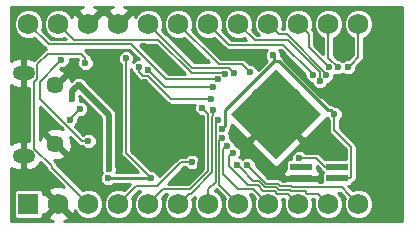
<source format=gbr>
G04 #@! TF.GenerationSoftware,KiCad,Pcbnew,(5.0.0)*
G04 #@! TF.CreationDate,2018-11-03T02:03:19-06:00*
G04 #@! TF.ProjectId,NRF52832 Base,4E5246353238333220426173652E6B69,rev?*
G04 #@! TF.SameCoordinates,Original*
G04 #@! TF.FileFunction,Copper,L2,Bot,Signal*
G04 #@! TF.FilePolarity,Positive*
%FSLAX46Y46*%
G04 Gerber Fmt 4.6, Leading zero omitted, Abs format (unit mm)*
G04 Created by KiCad (PCBNEW (5.0.0)) date 11/03/18 02:03:19*
%MOMM*%
%LPD*%
G01*
G04 APERTURE LIST*
G04 #@! TA.AperFunction,ComponentPad*
%ADD10R,1.752600X1.752600*%
G04 #@! TD*
G04 #@! TA.AperFunction,ComponentPad*
%ADD11C,1.752600*%
G04 #@! TD*
G04 #@! TA.AperFunction,Conductor*
%ADD12C,5.400000*%
G04 #@! TD*
G04 #@! TA.AperFunction,Conductor*
%ADD13C,0.100000*%
G04 #@! TD*
G04 #@! TA.AperFunction,ViaPad*
%ADD14C,0.600000*%
G04 #@! TD*
G04 #@! TA.AperFunction,ComponentPad*
%ADD15C,1.450000*%
G04 #@! TD*
G04 #@! TA.AperFunction,ComponentPad*
%ADD16O,1.900000X1.200000*%
G04 #@! TD*
G04 #@! TA.AperFunction,SMDPad,CuDef*
%ADD17R,1.850000X0.500000*%
G04 #@! TD*
G04 #@! TA.AperFunction,Conductor*
%ADD18C,0.250000*%
G04 #@! TD*
G04 #@! TA.AperFunction,Conductor*
%ADD19C,0.508000*%
G04 #@! TD*
G04 #@! TA.AperFunction,Conductor*
%ADD20C,0.254000*%
G04 #@! TD*
G04 #@! TA.AperFunction,Conductor*
%ADD21C,0.152400*%
G04 #@! TD*
G04 APERTURE END LIST*
D10*
G04 #@! TO.P,U2,1*
G04 #@! TO.N,RAW*
X113030000Y-97155000D03*
D11*
G04 #@! TO.P,U2,2*
G04 #@! TO.N,GND*
X115570000Y-97155000D03*
G04 #@! TO.P,U2,3*
G04 #@! TO.N,RESET*
X118110000Y-97155000D03*
G04 #@! TO.P,U2,4*
G04 #@! TO.N,VCC*
X120650000Y-97155000D03*
G04 #@! TO.P,U2,5*
G04 #@! TO.N,/P0.07*
X123190000Y-97155000D03*
G04 #@! TO.P,U2,6*
G04 #@! TO.N,/P0.09*
X125730000Y-97155000D03*
G04 #@! TO.P,U2,7*
G04 #@! TO.N,/P0.10*
X128270000Y-97155000D03*
G04 #@! TO.P,U2,8*
G04 #@! TO.N,/P0.11*
X130810000Y-97155000D03*
G04 #@! TO.P,U2,9*
G04 #@! TO.N,SCK*
X133350000Y-97155000D03*
G04 #@! TO.P,U2,10*
G04 #@! TO.N,MOSI*
X135890000Y-97155000D03*
G04 #@! TO.P,U2,11*
G04 #@! TO.N,MISO*
X138430000Y-97155000D03*
G04 #@! TO.P,U2,12*
G04 #@! TO.N,/P0.18*
X140970000Y-97155000D03*
G04 #@! TO.P,U2,24*
G04 #@! TO.N,SDA*
X140970000Y-81915000D03*
G04 #@! TO.P,U2,23*
G04 #@! TO.N,SCL*
X138430000Y-81915000D03*
G04 #@! TO.P,U2,22*
G04 #@! TO.N,/P0.27*
X135890000Y-81915000D03*
G04 #@! TO.P,U2,21*
G04 #@! TO.N,/P0.28*
X133350000Y-81915000D03*
G04 #@! TO.P,U2,20*
G04 #@! TO.N,/P0.29*
X130810000Y-81915000D03*
G04 #@! TO.P,U2,19*
G04 #@! TO.N,/P0.30*
X128270000Y-81915000D03*
G04 #@! TO.P,U2,18*
G04 #@! TO.N,/P0.02*
X125730000Y-81915000D03*
G04 #@! TO.P,U2,17*
G04 #@! TO.N,/P0.03*
X123190000Y-81915000D03*
G04 #@! TO.P,U2,16*
G04 #@! TO.N,GND*
X120650000Y-81915000D03*
G04 #@! TO.P,U2,15*
X118110000Y-81915000D03*
G04 #@! TO.P,U2,14*
G04 #@! TO.N,/P0.04*
X115570000Y-81915000D03*
G04 #@! TO.P,U2,13*
G04 #@! TO.N,/P0.05*
X113030000Y-81915000D03*
G04 #@! TD*
D12*
G04 #@! TO.N,GND*
G04 #@! TO.C,U1*
X133985000Y-89535000D03*
D13*
G36*
X130166623Y-89535000D02*
X133985000Y-85716623D01*
X137803377Y-89535000D01*
X133985000Y-93353377D01*
X130166623Y-89535000D01*
X130166623Y-89535000D01*
G37*
D14*
X133466455Y-87979365D03*
X132429365Y-89016455D03*
X134503545Y-87979365D03*
X133985000Y-88497911D03*
X133466455Y-89016455D03*
X132947911Y-89535000D03*
X132429365Y-90053545D03*
X134503545Y-89016455D03*
X133466455Y-90053545D03*
X135540635Y-89016455D03*
X135022089Y-89535000D03*
X134503545Y-90053545D03*
X133985000Y-90572089D03*
X133466455Y-91090635D03*
X135540635Y-90053545D03*
X134503545Y-91090635D03*
G04 #@! TD*
D15*
G04 #@! TO.P,J2,6*
G04 #@! TO.N,GND*
X115316000Y-87075000D03*
X115316000Y-92075000D03*
D16*
X112616000Y-86075000D03*
X112616000Y-93075000D03*
G04 #@! TD*
D17*
G04 #@! TO.P,J1,1*
G04 #@! TO.N,VCC*
X139193000Y-94988000D03*
G04 #@! TO.P,J1,2*
G04 #@! TO.N,GND*
X136143000Y-94988000D03*
G04 #@! TO.P,J1,3*
G04 #@! TO.N,SWDIO*
X139193000Y-93988000D03*
G04 #@! TO.P,J1,4*
G04 #@! TO.N,SWDCLK*
X136143000Y-93988000D03*
G04 #@! TD*
D14*
G04 #@! TO.N,GND*
X143129000Y-91440000D03*
X143129000Y-92710000D03*
X143129000Y-86868000D03*
X143129000Y-85598000D03*
X143129000Y-84328000D03*
X144500000Y-96700000D03*
X127580852Y-93889889D03*
X127000000Y-89535000D03*
X122936000Y-86868000D03*
X123698000Y-84455000D03*
X122809000Y-83820000D03*
X138849570Y-88430570D03*
X134620000Y-84455000D03*
X139827000Y-90678000D03*
X139700000Y-93091000D03*
X121031000Y-94107000D03*
X127508000Y-92329000D03*
X125730000Y-85852000D03*
X134493000Y-94869000D03*
X143002000Y-98298000D03*
X143002000Y-97409000D03*
X143002000Y-96520000D03*
X143002000Y-95758000D03*
X143002000Y-80772000D03*
X143002000Y-81534000D03*
X143002000Y-82296000D03*
X143002000Y-83058000D03*
G04 #@! TO.N,VCC*
X133731000Y-84582000D03*
X129408232Y-90770832D03*
X126873000Y-93599000D03*
X138938000Y-89535000D03*
G04 #@! TO.N,SCK*
X129805607Y-92217632D03*
G04 #@! TO.N,MOSI*
X130328002Y-92808599D03*
G04 #@! TO.N,MISO*
X130683000Y-93853000D03*
G04 #@! TO.N,SDA*
X140081000Y-85598000D03*
G04 #@! TO.N,SCL*
X139196858Y-85595422D03*
G04 #@! TO.N,RESET*
X117856000Y-85217000D03*
G04 #@! TO.N,SWDCLK*
X135631533Y-93992213D03*
G04 #@! TO.N,SWDIO*
X135953500Y-93285584D03*
G04 #@! TO.N,/P0.02*
X131820473Y-86014842D03*
G04 #@! TO.N,/P0.03*
X130435320Y-86034579D03*
G04 #@! TO.N,/P0.04*
X129682947Y-86164756D03*
G04 #@! TO.N,/P0.05*
X129073215Y-86605608D03*
G04 #@! TO.N,TXD*
X128651000Y-87228390D03*
X123133716Y-85781284D03*
G04 #@! TO.N,/P0.07*
X127762000Y-89027000D03*
G04 #@! TO.N,RXD*
X128524000Y-88285600D03*
X122409208Y-85578278D03*
G04 #@! TO.N,/P0.09*
X128690938Y-89215250D03*
G04 #@! TO.N,/P0.10*
X129103421Y-90043000D03*
G04 #@! TO.N,/P0.11*
X129408232Y-91567000D03*
G04 #@! TO.N,/P0.18*
X131572000Y-93853000D03*
G04 #@! TO.N,/P0.27*
X138442781Y-85549065D03*
G04 #@! TO.N,/P0.28*
X138255576Y-86277822D03*
G04 #@! TO.N,/P0.29*
X137686662Y-86770210D03*
G04 #@! TO.N,/P0.30*
X137159928Y-86232926D03*
G04 #@! TO.N,RAW*
X119761000Y-94996000D03*
X123444000Y-94996000D03*
X121285000Y-84836000D03*
G04 #@! TO.N,/VBus*
X116713000Y-88265000D03*
X119833000Y-94234000D03*
X117284500Y-87058500D03*
G04 #@! TO.N,Net-(D1-Pad1)*
X118110000Y-91821000D03*
X115824000Y-84963000D03*
G04 #@! TO.N,/D+*
X117411500Y-89090500D03*
X116537062Y-90028438D03*
G04 #@! TD*
D18*
G04 #@! TO.N,GND*
X115570000Y-97155000D02*
X115984802Y-97155000D01*
D19*
X112616000Y-94201000D02*
X112616000Y-93075000D01*
X115570000Y-97155000D02*
X112616000Y-94201000D01*
D20*
X123235999Y-87167999D02*
X122936000Y-86868000D01*
X125603000Y-89535000D02*
X123235999Y-87167999D01*
X127000000Y-89535000D02*
X125603000Y-89535000D01*
X127508000Y-90043000D02*
X127000000Y-89535000D01*
X127580852Y-93889889D02*
X127508000Y-93817037D01*
X127508000Y-93817037D02*
X127508000Y-92329000D01*
D21*
X123698000Y-84455000D02*
X123398001Y-84155001D01*
X123063000Y-83820000D02*
X123698000Y-84455000D01*
X122809000Y-83820000D02*
X123063000Y-83820000D01*
D20*
X138531604Y-88112604D02*
X138549571Y-88130571D01*
X137836354Y-88112604D02*
X138531604Y-88112604D01*
X138549571Y-88130571D02*
X138849570Y-88430570D01*
X137836354Y-88112604D02*
X134620000Y-84896250D01*
X134620000Y-84896250D02*
X134620000Y-84455000D01*
X134620000Y-84455000D02*
X134620000Y-84455000D01*
X138849570Y-88430570D02*
X139827000Y-89408000D01*
X139827000Y-89408000D02*
X139827000Y-90678000D01*
X127508000Y-92329000D02*
X127508000Y-90043000D01*
D21*
X136143000Y-94988000D02*
X134612000Y-94988000D01*
X134612000Y-94988000D02*
X134493000Y-94869000D01*
D20*
G04 #@! TO.N,VCC*
X133858000Y-85090000D02*
X133858000Y-84709000D01*
X133858000Y-84709000D02*
X133731000Y-84582000D01*
X129708231Y-89239769D02*
X129708231Y-90470833D01*
X129708231Y-90470833D02*
X129408232Y-90770832D01*
X133858000Y-85090000D02*
X129708231Y-89239769D01*
D21*
X125984000Y-93599000D02*
X126873000Y-93599000D01*
X123952000Y-95631000D02*
X125984000Y-93599000D01*
X120650000Y-97155000D02*
X122174000Y-95631000D01*
X122174000Y-95631000D02*
X123952000Y-95631000D01*
D20*
X138638001Y-89235001D02*
X138938000Y-89535000D01*
X138384001Y-89235001D02*
X138638001Y-89235001D01*
X133858000Y-85090000D02*
X134239000Y-85090000D01*
X134239000Y-85090000D02*
X138384001Y-89235001D01*
D21*
X140346601Y-94911799D02*
X140346601Y-92340601D01*
X139193000Y-94988000D02*
X140270400Y-94988000D01*
X140270400Y-94988000D02*
X140346601Y-94911799D01*
X138938000Y-90932000D02*
X138938000Y-89535000D01*
X140346601Y-92340601D02*
X138938000Y-90932000D01*
G04 #@! TO.N,SCK*
X129505608Y-92517631D02*
X129805607Y-92217632D01*
X132080000Y-95885000D02*
X130810000Y-95885000D01*
X133350000Y-97155000D02*
X132080000Y-95885000D01*
X130810000Y-95885000D02*
X129505608Y-94580608D01*
X129505608Y-94580608D02*
X129505608Y-92517631D01*
G04 #@! TO.N,MOSI*
X131627859Y-95580189D02*
X130027399Y-93979729D01*
X134108955Y-96278701D02*
X133880353Y-96050099D01*
X135013701Y-96278701D02*
X134108955Y-96278701D01*
X135890000Y-97155000D02*
X135013701Y-96278701D01*
X133880353Y-96050099D02*
X132906965Y-96050099D01*
X132437056Y-95580189D02*
X131627859Y-95580189D01*
X130027399Y-93979729D02*
X130027399Y-93109202D01*
X132906965Y-96050099D02*
X132437056Y-95580189D01*
X130027399Y-93109202D02*
X130028003Y-93108598D01*
X130028003Y-93108598D02*
X130328002Y-92808599D01*
G04 #@! TO.N,MISO*
X135139957Y-95973891D02*
X134235211Y-95973891D01*
X134006609Y-95745289D02*
X133033222Y-95745289D01*
X133033222Y-95745289D02*
X132537934Y-95250000D01*
X136420353Y-96050099D02*
X135216165Y-96050099D01*
X132537934Y-95250000D02*
X132080000Y-95250000D01*
X130982999Y-94152999D02*
X130683000Y-93853000D01*
X132080000Y-95250000D02*
X130982999Y-94152999D01*
X134235211Y-95973891D02*
X134006609Y-95745289D01*
X135216165Y-96050099D02*
X135139957Y-95973891D01*
X137553701Y-96278701D02*
X136648955Y-96278701D01*
X138430000Y-97155000D02*
X137553701Y-96278701D01*
X136648955Y-96278701D02*
X136420353Y-96050099D01*
G04 #@! TO.N,SDA*
X140970000Y-84709000D02*
X140380999Y-85298001D01*
X140380999Y-85298001D02*
X140081000Y-85598000D01*
X140970000Y-81915000D02*
X140970000Y-84709000D01*
G04 #@! TO.N,SCL*
X138430000Y-81915000D02*
X138430000Y-84761029D01*
X138430000Y-84761029D02*
X139196858Y-85527887D01*
X139196858Y-85527887D02*
X139196858Y-85595422D01*
G04 #@! TO.N,RESET*
X117497663Y-84434399D02*
X114701601Y-84434399D01*
X117856000Y-85217000D02*
X117856000Y-84792736D01*
X117856000Y-84792736D02*
X117497663Y-84434399D01*
X113794610Y-86561324D02*
X113538000Y-86817934D01*
X114701601Y-84434399D02*
X113794610Y-85341390D01*
X113794610Y-85341390D02*
X113794610Y-86561324D01*
X113538000Y-92475169D02*
X115042831Y-93980000D01*
X113538000Y-86817934D02*
X113538000Y-92475169D01*
X115042831Y-94087831D02*
X118110000Y-97155000D01*
X115042831Y-93980000D02*
X115042831Y-94087831D01*
G04 #@! TO.N,SWDIO*
X136377764Y-93285584D02*
X135953500Y-93285584D01*
X137413184Y-93285584D02*
X136377764Y-93285584D01*
X138115600Y-93988000D02*
X137413184Y-93285584D01*
X139193000Y-93988000D02*
X138115600Y-93988000D01*
G04 #@! TO.N,/P0.02*
X129146344Y-85331344D02*
X131136975Y-85331344D01*
X131136975Y-85331344D02*
X131520474Y-85714843D01*
X131520474Y-85714843D02*
X131820473Y-86014842D01*
X125730000Y-81915000D02*
X129146344Y-85331344D01*
G04 #@! TO.N,/P0.03*
X126911155Y-85636155D02*
X130036896Y-85636155D01*
X123190000Y-81915000D02*
X126911155Y-85636155D01*
X130036896Y-85636155D02*
X130135321Y-85734580D01*
X130135321Y-85734580D02*
X130435320Y-86034579D01*
G04 #@! TO.N,/P0.04*
X124002752Y-83235752D02*
X126844007Y-86077007D01*
X126844007Y-86077007D02*
X129595198Y-86077007D01*
X129595198Y-86077007D02*
X129682947Y-86164756D01*
X116890752Y-83235752D02*
X124002752Y-83235752D01*
X115570000Y-81915000D02*
X116890752Y-83235752D01*
G04 #@! TO.N,/P0.05*
X128648951Y-86605608D02*
X129073215Y-86605608D01*
X124705608Y-86605608D02*
X128648951Y-86605608D01*
X121731261Y-83631261D02*
X124705608Y-86605608D01*
X114746261Y-83631261D02*
X121731261Y-83631261D01*
X113030000Y-81915000D02*
X114746261Y-83631261D01*
G04 #@! TO.N,TXD*
X123433715Y-86081283D02*
X123133716Y-85781284D01*
X128651000Y-87228390D02*
X124580822Y-87228390D01*
X124580822Y-87228390D02*
X123433715Y-86081283D01*
G04 #@! TO.N,/P0.07*
X126746000Y-95885000D02*
X124460000Y-95885000D01*
X128270000Y-94361000D02*
X126746000Y-95885000D01*
X127762000Y-89027000D02*
X128270000Y-89535000D01*
X128270000Y-89535000D02*
X128270000Y-94361000D01*
X124460000Y-95885000D02*
X123190000Y-97155000D01*
G04 #@! TO.N,RXD*
X125135930Y-88285600D02*
X123189729Y-86339399D01*
X123189729Y-86339399D02*
X122746065Y-86339399D01*
X122409208Y-86002542D02*
X122409208Y-85578278D01*
X122746065Y-86339399D02*
X122409208Y-86002542D01*
X128524000Y-88285600D02*
X125135930Y-88285600D01*
G04 #@! TO.N,/P0.09*
X125730000Y-97155000D02*
X126606299Y-96278701D01*
X128574811Y-89755641D02*
X128690938Y-89639514D01*
X128574811Y-94487256D02*
X128574811Y-89755641D01*
X126606299Y-96278701D02*
X126783366Y-96278701D01*
X126783366Y-96278701D02*
X128574811Y-94487256D01*
X128690938Y-89639514D02*
X128690938Y-89215250D01*
G04 #@! TO.N,/P0.10*
X128270000Y-97155000D02*
X128270000Y-95915725D01*
X128879622Y-90266799D02*
X129103421Y-90043000D01*
X128879622Y-95306103D02*
X128879622Y-90266799D01*
X128270000Y-95915725D02*
X128879622Y-95306103D01*
G04 #@! TO.N,/P0.11*
X129184433Y-95529433D02*
X129184433Y-91790799D01*
X130810000Y-97155000D02*
X129184433Y-95529433D01*
X129184433Y-91790799D02*
X129408232Y-91567000D01*
G04 #@! TO.N,/P0.18*
X140093701Y-96278701D02*
X140970000Y-97155000D01*
X136559321Y-95758000D02*
X139573000Y-95758000D01*
X134132865Y-95440478D02*
X134361466Y-95669080D01*
X133159478Y-95440478D02*
X134132865Y-95440478D01*
X135266213Y-95669080D02*
X135342421Y-95745288D01*
X131572000Y-93853000D02*
X133159478Y-95440478D01*
X136546609Y-95745288D02*
X136559321Y-95758000D01*
X135342421Y-95745288D02*
X136546609Y-95745288D01*
X134361466Y-95669080D02*
X135266213Y-95669080D01*
X139573000Y-95758000D02*
X140093701Y-96278701D01*
G04 #@! TO.N,/P0.28*
X133436605Y-81915000D02*
X133350000Y-81915000D01*
G04 #@! TO.N,/P0.27*
X136766299Y-83872583D02*
X138142782Y-85249066D01*
X135890000Y-81915000D02*
X136766299Y-82791299D01*
X136766299Y-82791299D02*
X136766299Y-83872583D01*
X138142782Y-85249066D02*
X138442781Y-85549065D01*
G04 #@! TO.N,/P0.28*
X133350000Y-81915000D02*
X134226299Y-82791299D01*
X134226299Y-82791299D02*
X134931698Y-82791299D01*
X138255576Y-86115177D02*
X138255576Y-86277822D01*
X134931698Y-82791299D02*
X138255576Y-86115177D01*
G04 #@! TO.N,/P0.29*
X137688602Y-85979270D02*
X137688602Y-86344006D01*
X137688602Y-86344006D02*
X137686662Y-86345946D01*
X135021332Y-83312000D02*
X137688602Y-85979270D01*
X132207000Y-83312000D02*
X135021332Y-83312000D01*
X137686662Y-86345946D02*
X137686662Y-86770210D01*
X130810000Y-81915000D02*
X132207000Y-83312000D01*
G04 #@! TO.N,/P0.30*
X128270000Y-81915000D02*
X130048000Y-83693000D01*
X136859929Y-85932927D02*
X137159928Y-86232926D01*
X134620002Y-83693000D02*
X136859929Y-85932927D01*
X130048000Y-83693000D02*
X134620002Y-83693000D01*
D20*
G04 #@! TO.N,RAW*
X119761000Y-94996000D02*
X123444000Y-94996000D01*
D21*
X121285000Y-85260264D02*
X121285000Y-84836000D01*
X123444000Y-94996000D02*
X121285000Y-92837000D01*
X121285000Y-92837000D02*
X121285000Y-85260264D01*
D19*
G04 #@! TO.N,/VBus*
X119833000Y-94234000D02*
X119833000Y-89607000D01*
X117584499Y-87358499D02*
X117284500Y-87058500D01*
X119833000Y-89607000D02*
X117584499Y-87358499D01*
X116713000Y-88265000D02*
X116713000Y-87630000D01*
X116984501Y-87358499D02*
X117284500Y-87058500D01*
X116713000Y-87630000D02*
X116984501Y-87358499D01*
D21*
G04 #@! TO.N,Net-(D1-Pad1)*
X115524001Y-85262999D02*
X115824000Y-84963000D01*
X113982500Y-86804500D02*
X115524001Y-85262999D01*
X113982500Y-88256206D02*
X113982500Y-86804500D01*
X118110000Y-91821000D02*
X117547294Y-91821000D01*
X117547294Y-91821000D02*
X113982500Y-88256206D01*
G04 #@! TO.N,/D+*
X117411500Y-89090500D02*
X116537062Y-89964938D01*
X116537062Y-89964938D02*
X116537062Y-90028438D01*
G04 #@! TD*
D20*
G04 #@! TO.N,GND*
G36*
X117310104Y-80597973D02*
X117226604Y-80851999D01*
X118110000Y-81735395D01*
X118993396Y-80851999D01*
X118909896Y-80597973D01*
X118547745Y-80466000D01*
X120168713Y-80466000D01*
X119850104Y-80597973D01*
X119766604Y-80851999D01*
X120650000Y-81735395D01*
X121533396Y-80851999D01*
X121449896Y-80597973D01*
X121087745Y-80466000D01*
X144653000Y-80466000D01*
X144653000Y-98604000D01*
X116051287Y-98604000D01*
X116369896Y-98472027D01*
X116453396Y-98218001D01*
X115570000Y-97334605D01*
X114686604Y-98218001D01*
X114770104Y-98472027D01*
X115132255Y-98604000D01*
X111581000Y-98604000D01*
X111581000Y-96278700D01*
X111765236Y-96278700D01*
X111765236Y-98031300D01*
X111794806Y-98179959D01*
X111879014Y-98305986D01*
X112005041Y-98390194D01*
X112153700Y-98419764D01*
X113906300Y-98419764D01*
X114054959Y-98390194D01*
X114180986Y-98305986D01*
X114265194Y-98179959D01*
X114294764Y-98031300D01*
X114294764Y-97968633D01*
X114506999Y-98038396D01*
X115390395Y-97155000D01*
X114506999Y-96271604D01*
X114294764Y-96341367D01*
X114294764Y-96278700D01*
X114265194Y-96130041D01*
X114180986Y-96004014D01*
X114054959Y-95919806D01*
X113906300Y-95890236D01*
X112153700Y-95890236D01*
X112005041Y-95919806D01*
X111879014Y-96004014D01*
X111794806Y-96130041D01*
X111765236Y-96278700D01*
X111581000Y-96278700D01*
X111581000Y-94088696D01*
X111676053Y-94167390D01*
X112139000Y-94310000D01*
X112489000Y-94310000D01*
X112489000Y-93202000D01*
X112469000Y-93202000D01*
X112469000Y-92948000D01*
X112489000Y-92948000D01*
X112489000Y-91840000D01*
X112139000Y-91840000D01*
X111676053Y-91982610D01*
X111581000Y-92061304D01*
X111581000Y-87088696D01*
X111676053Y-87167390D01*
X112139000Y-87310000D01*
X112489000Y-87310000D01*
X112489000Y-86202000D01*
X112469000Y-86202000D01*
X112469000Y-85948000D01*
X112489000Y-85948000D01*
X112489000Y-84840000D01*
X112139000Y-84840000D01*
X111676053Y-84982610D01*
X111581000Y-85061304D01*
X111581000Y-81664907D01*
X111772700Y-81664907D01*
X111772700Y-82165093D01*
X111964112Y-82627203D01*
X112317797Y-82980888D01*
X112779907Y-83172300D01*
X113280093Y-83172300D01*
X113535096Y-83066674D01*
X114391129Y-83922707D01*
X114416638Y-83960884D01*
X114501983Y-84017910D01*
X114371978Y-84104776D01*
X114346471Y-84142950D01*
X113518383Y-84971039D01*
X113093000Y-84840000D01*
X112743000Y-84840000D01*
X112743000Y-85948000D01*
X112763000Y-85948000D01*
X112763000Y-86202000D01*
X112743000Y-86202000D01*
X112743000Y-87310000D01*
X113080800Y-87310000D01*
X113080801Y-91840000D01*
X112743000Y-91840000D01*
X112743000Y-92948000D01*
X112763000Y-92948000D01*
X112763000Y-93202000D01*
X112743000Y-93202000D01*
X112743000Y-94310000D01*
X113093000Y-94310000D01*
X113555947Y-94167390D01*
X113929080Y-93858474D01*
X114048665Y-93632412D01*
X114594698Y-94178445D01*
X114612158Y-94266222D01*
X114713208Y-94417454D01*
X114751385Y-94442963D01*
X116018250Y-95709828D01*
X115805003Y-95632118D01*
X115204332Y-95658109D01*
X114770104Y-95837973D01*
X114686604Y-96091999D01*
X115570000Y-96975395D01*
X115584143Y-96961253D01*
X115763748Y-97140858D01*
X115749605Y-97155000D01*
X116633001Y-98038396D01*
X116887027Y-97954896D01*
X116977546Y-97706499D01*
X117044112Y-97867203D01*
X117397797Y-98220888D01*
X117859907Y-98412300D01*
X118360093Y-98412300D01*
X118822203Y-98220888D01*
X119175888Y-97867203D01*
X119367300Y-97405093D01*
X119367300Y-96904907D01*
X119175888Y-96442797D01*
X118822203Y-96089112D01*
X118360093Y-95897700D01*
X117859907Y-95897700D01*
X117604904Y-96003325D01*
X115490964Y-93889386D01*
X115473504Y-93801609D01*
X115372454Y-93650377D01*
X115334277Y-93624868D01*
X115154747Y-93445338D01*
X115657444Y-93418949D01*
X116024878Y-93266753D01*
X116089793Y-93028398D01*
X115316000Y-92254605D01*
X115301858Y-92268748D01*
X115122253Y-92089143D01*
X115136395Y-92075000D01*
X114362602Y-91301207D01*
X114124247Y-91366122D01*
X113995200Y-91730640D01*
X113995200Y-88915484D01*
X115929030Y-90849315D01*
X115514854Y-90702688D01*
X114974556Y-90731051D01*
X114607122Y-90883247D01*
X114542207Y-91121602D01*
X115316000Y-91895395D01*
X115330143Y-91881253D01*
X115509748Y-92060858D01*
X115495605Y-92075000D01*
X116269398Y-92848793D01*
X116507753Y-92783878D01*
X116688312Y-92273854D01*
X116659949Y-91733556D01*
X116551534Y-91471819D01*
X117192164Y-92112449D01*
X117217671Y-92150623D01*
X117255845Y-92176130D01*
X117368903Y-92251673D01*
X117547293Y-92287157D01*
X117592323Y-92278200D01*
X117604120Y-92278200D01*
X117724244Y-92398324D01*
X117974541Y-92502000D01*
X118245459Y-92502000D01*
X118495756Y-92398324D01*
X118687324Y-92206756D01*
X118791000Y-91956459D01*
X118791000Y-91685541D01*
X118687324Y-91435244D01*
X118495756Y-91243676D01*
X118245459Y-91140000D01*
X117974541Y-91140000D01*
X117724244Y-91243676D01*
X117670396Y-91297524D01*
X116950726Y-90577854D01*
X117114386Y-90414194D01*
X117218062Y-90163897D01*
X117218062Y-89930516D01*
X117377079Y-89771500D01*
X117546959Y-89771500D01*
X117797256Y-89667824D01*
X117988824Y-89476256D01*
X118092500Y-89225959D01*
X118092500Y-88955041D01*
X117988824Y-88704744D01*
X117797256Y-88513176D01*
X117546959Y-88409500D01*
X117390255Y-88409500D01*
X117394000Y-88400459D01*
X117394000Y-88129541D01*
X117349087Y-88021111D01*
X119198001Y-89870027D01*
X119198000Y-93987487D01*
X119152000Y-94098541D01*
X119152000Y-94369459D01*
X119231802Y-94562118D01*
X119183676Y-94610244D01*
X119080000Y-94860541D01*
X119080000Y-95131459D01*
X119183676Y-95381756D01*
X119375244Y-95573324D01*
X119625541Y-95677000D01*
X119896459Y-95677000D01*
X120146756Y-95573324D01*
X120216080Y-95504000D01*
X121654422Y-95504000D01*
X121155096Y-96003326D01*
X120900093Y-95897700D01*
X120399907Y-95897700D01*
X119937797Y-96089112D01*
X119584112Y-96442797D01*
X119392700Y-96904907D01*
X119392700Y-97405093D01*
X119584112Y-97867203D01*
X119937797Y-98220888D01*
X120399907Y-98412300D01*
X120900093Y-98412300D01*
X121362203Y-98220888D01*
X121715888Y-97867203D01*
X121907300Y-97405093D01*
X121907300Y-96904907D01*
X121801674Y-96649904D01*
X122363378Y-96088200D01*
X122479999Y-96088200D01*
X122477797Y-96089112D01*
X122124112Y-96442797D01*
X121932700Y-96904907D01*
X121932700Y-97405093D01*
X122124112Y-97867203D01*
X122477797Y-98220888D01*
X122939907Y-98412300D01*
X123440093Y-98412300D01*
X123902203Y-98220888D01*
X124255888Y-97867203D01*
X124447300Y-97405093D01*
X124447300Y-96904907D01*
X124341674Y-96649904D01*
X124649379Y-96342200D01*
X124764709Y-96342200D01*
X124664112Y-96442797D01*
X124472700Y-96904907D01*
X124472700Y-97405093D01*
X124664112Y-97867203D01*
X125017797Y-98220888D01*
X125479907Y-98412300D01*
X125980093Y-98412300D01*
X126442203Y-98220888D01*
X126795888Y-97867203D01*
X126987300Y-97405093D01*
X126987300Y-96904907D01*
X126910528Y-96719564D01*
X126961757Y-96709374D01*
X127112989Y-96608324D01*
X127138498Y-96570147D01*
X127160458Y-96548187D01*
X127012700Y-96904907D01*
X127012700Y-97405093D01*
X127204112Y-97867203D01*
X127557797Y-98220888D01*
X128019907Y-98412300D01*
X128520093Y-98412300D01*
X128982203Y-98220888D01*
X129335888Y-97867203D01*
X129527300Y-97405093D01*
X129527300Y-96904907D01*
X129335888Y-96442797D01*
X128982203Y-96089112D01*
X128813196Y-96019107D01*
X128920362Y-95911941D01*
X129658326Y-96649904D01*
X129552700Y-96904907D01*
X129552700Y-97405093D01*
X129744112Y-97867203D01*
X130097797Y-98220888D01*
X130559907Y-98412300D01*
X131060093Y-98412300D01*
X131522203Y-98220888D01*
X131875888Y-97867203D01*
X132067300Y-97405093D01*
X132067300Y-96904907D01*
X131875888Y-96442797D01*
X131775291Y-96342200D01*
X131890622Y-96342200D01*
X132198326Y-96649904D01*
X132092700Y-96904907D01*
X132092700Y-97405093D01*
X132284112Y-97867203D01*
X132637797Y-98220888D01*
X133099907Y-98412300D01*
X133600093Y-98412300D01*
X134062203Y-98220888D01*
X134415888Y-97867203D01*
X134607300Y-97405093D01*
X134607300Y-96904907D01*
X134537296Y-96735901D01*
X134702704Y-96735901D01*
X134632700Y-96904907D01*
X134632700Y-97405093D01*
X134824112Y-97867203D01*
X135177797Y-98220888D01*
X135639907Y-98412300D01*
X136140093Y-98412300D01*
X136602203Y-98220888D01*
X136955888Y-97867203D01*
X137147300Y-97405093D01*
X137147300Y-96904907D01*
X137077296Y-96735901D01*
X137242704Y-96735901D01*
X137172700Y-96904907D01*
X137172700Y-97405093D01*
X137364112Y-97867203D01*
X137717797Y-98220888D01*
X138179907Y-98412300D01*
X138680093Y-98412300D01*
X139142203Y-98220888D01*
X139495888Y-97867203D01*
X139687300Y-97405093D01*
X139687300Y-96904907D01*
X139495888Y-96442797D01*
X139268291Y-96215200D01*
X139383622Y-96215200D01*
X139818326Y-96649904D01*
X139712700Y-96904907D01*
X139712700Y-97405093D01*
X139904112Y-97867203D01*
X140257797Y-98220888D01*
X140719907Y-98412300D01*
X141220093Y-98412300D01*
X141682203Y-98220888D01*
X142035888Y-97867203D01*
X142227300Y-97405093D01*
X142227300Y-96904907D01*
X142035888Y-96442797D01*
X141682203Y-96089112D01*
X141220093Y-95897700D01*
X140719907Y-95897700D01*
X140464904Y-96003326D01*
X140088042Y-95626464D01*
X140118000Y-95626464D01*
X140266659Y-95596894D01*
X140392686Y-95512686D01*
X140460917Y-95410571D01*
X140600023Y-95317623D01*
X140625533Y-95279444D01*
X140638046Y-95266932D01*
X140676224Y-95241422D01*
X140777274Y-95090190D01*
X140803801Y-94956829D01*
X140803801Y-94956825D01*
X140812757Y-94911800D01*
X140803801Y-94866775D01*
X140803801Y-92385631D01*
X140812758Y-92340601D01*
X140777274Y-92162210D01*
X140765323Y-92144324D01*
X140676224Y-92010978D01*
X140638047Y-91985469D01*
X139395200Y-90742622D01*
X139395200Y-90040880D01*
X139515324Y-89920756D01*
X139619000Y-89670459D01*
X139619000Y-89399541D01*
X139515324Y-89149244D01*
X139323756Y-88957676D01*
X139073459Y-88854000D01*
X138982167Y-88854000D01*
X138836213Y-88756476D01*
X138688033Y-88727001D01*
X138688029Y-88727001D01*
X138638001Y-88717050D01*
X138593352Y-88725931D01*
X134633588Y-84766168D01*
X134605247Y-84723753D01*
X134437212Y-84611475D01*
X134412000Y-84606460D01*
X134412000Y-84446541D01*
X134308324Y-84196244D01*
X134262280Y-84150200D01*
X134430624Y-84150200D01*
X136478928Y-86198505D01*
X136478928Y-86368385D01*
X136582604Y-86618682D01*
X136774172Y-86810250D01*
X137005895Y-86906233D01*
X137109338Y-87155966D01*
X137300906Y-87347534D01*
X137551203Y-87451210D01*
X137822121Y-87451210D01*
X138072418Y-87347534D01*
X138263986Y-87155966D01*
X138345645Y-86958822D01*
X138391035Y-86958822D01*
X138641332Y-86855146D01*
X138832900Y-86663578D01*
X138936576Y-86413281D01*
X138936576Y-86224719D01*
X139061399Y-86276422D01*
X139332317Y-86276422D01*
X139582614Y-86172746D01*
X139637640Y-86117720D01*
X139695244Y-86175324D01*
X139945541Y-86279000D01*
X140216459Y-86279000D01*
X140466756Y-86175324D01*
X140658324Y-85983756D01*
X140762000Y-85733459D01*
X140762000Y-85563578D01*
X141261449Y-85064130D01*
X141299623Y-85038623D01*
X141400673Y-84887391D01*
X141405090Y-84865187D01*
X141436157Y-84709001D01*
X141427200Y-84663971D01*
X141427200Y-83086514D01*
X141682203Y-82980888D01*
X142035888Y-82627203D01*
X142227300Y-82165093D01*
X142227300Y-81664907D01*
X142035888Y-81202797D01*
X141682203Y-80849112D01*
X141220093Y-80657700D01*
X140719907Y-80657700D01*
X140257797Y-80849112D01*
X139904112Y-81202797D01*
X139712700Y-81664907D01*
X139712700Y-82165093D01*
X139904112Y-82627203D01*
X140257797Y-82980888D01*
X140512800Y-83086514D01*
X140512801Y-84519620D01*
X140115422Y-84917000D01*
X139945541Y-84917000D01*
X139695244Y-85020676D01*
X139640218Y-85075702D01*
X139582614Y-85018098D01*
X139332317Y-84914422D01*
X139229972Y-84914422D01*
X138887200Y-84571651D01*
X138887200Y-83086514D01*
X139142203Y-82980888D01*
X139495888Y-82627203D01*
X139687300Y-82165093D01*
X139687300Y-81664907D01*
X139495888Y-81202797D01*
X139142203Y-80849112D01*
X138680093Y-80657700D01*
X138179907Y-80657700D01*
X137717797Y-80849112D01*
X137364112Y-81202797D01*
X137172700Y-81664907D01*
X137172700Y-82165093D01*
X137364112Y-82627203D01*
X137717797Y-82980888D01*
X137972800Y-83086514D01*
X137972801Y-84432506D01*
X137223499Y-83683205D01*
X137223499Y-82836329D01*
X137232456Y-82791299D01*
X137196972Y-82612908D01*
X137121429Y-82499850D01*
X137095922Y-82461676D01*
X137057748Y-82436169D01*
X137041675Y-82420096D01*
X137147300Y-82165093D01*
X137147300Y-81664907D01*
X136955888Y-81202797D01*
X136602203Y-80849112D01*
X136140093Y-80657700D01*
X135639907Y-80657700D01*
X135177797Y-80849112D01*
X134824112Y-81202797D01*
X134632700Y-81664907D01*
X134632700Y-82165093D01*
X134702704Y-82334099D01*
X134537296Y-82334099D01*
X134607300Y-82165093D01*
X134607300Y-81664907D01*
X134415888Y-81202797D01*
X134062203Y-80849112D01*
X133600093Y-80657700D01*
X133099907Y-80657700D01*
X132637797Y-80849112D01*
X132284112Y-81202797D01*
X132092700Y-81664907D01*
X132092700Y-82165093D01*
X132284112Y-82627203D01*
X132511709Y-82854800D01*
X132396378Y-82854800D01*
X131961674Y-82420096D01*
X132067300Y-82165093D01*
X132067300Y-81664907D01*
X131875888Y-81202797D01*
X131522203Y-80849112D01*
X131060093Y-80657700D01*
X130559907Y-80657700D01*
X130097797Y-80849112D01*
X129744112Y-81202797D01*
X129552700Y-81664907D01*
X129552700Y-82165093D01*
X129744112Y-82627203D01*
X130097797Y-82980888D01*
X130559907Y-83172300D01*
X131060093Y-83172300D01*
X131315096Y-83066674D01*
X131484222Y-83235800D01*
X130237378Y-83235800D01*
X129421674Y-82420096D01*
X129527300Y-82165093D01*
X129527300Y-81664907D01*
X129335888Y-81202797D01*
X128982203Y-80849112D01*
X128520093Y-80657700D01*
X128019907Y-80657700D01*
X127557797Y-80849112D01*
X127204112Y-81202797D01*
X127012700Y-81664907D01*
X127012700Y-82165093D01*
X127204112Y-82627203D01*
X127557797Y-82980888D01*
X128019907Y-83172300D01*
X128520093Y-83172300D01*
X128775096Y-83066674D01*
X129692868Y-83984446D01*
X129718377Y-84022623D01*
X129803154Y-84079269D01*
X129869609Y-84123673D01*
X130048000Y-84159157D01*
X130093030Y-84150200D01*
X133199720Y-84150200D01*
X133153676Y-84196244D01*
X133050000Y-84446541D01*
X133050000Y-84717459D01*
X133153676Y-84967756D01*
X133207750Y-85021830D01*
X132457165Y-85772415D01*
X132397797Y-85629086D01*
X132206229Y-85437518D01*
X131955932Y-85333842D01*
X131786051Y-85333842D01*
X131492107Y-85039898D01*
X131466598Y-85001721D01*
X131315366Y-84900671D01*
X131182005Y-84874144D01*
X131136975Y-84865187D01*
X131091945Y-84874144D01*
X129335723Y-84874144D01*
X126881674Y-82420096D01*
X126987300Y-82165093D01*
X126987300Y-81664907D01*
X126795888Y-81202797D01*
X126442203Y-80849112D01*
X125980093Y-80657700D01*
X125479907Y-80657700D01*
X125017797Y-80849112D01*
X124664112Y-81202797D01*
X124472700Y-81664907D01*
X124472700Y-82165093D01*
X124664112Y-82627203D01*
X125017797Y-82980888D01*
X125479907Y-83172300D01*
X125980093Y-83172300D01*
X126235096Y-83066674D01*
X128347376Y-85178955D01*
X127100534Y-85178955D01*
X124341674Y-82420096D01*
X124447300Y-82165093D01*
X124447300Y-81664907D01*
X124255888Y-81202797D01*
X123902203Y-80849112D01*
X123440093Y-80657700D01*
X122939907Y-80657700D01*
X122477797Y-80849112D01*
X122124112Y-81202797D01*
X122063732Y-81348568D01*
X121967027Y-81115104D01*
X121713001Y-81031604D01*
X120829605Y-81915000D01*
X120843748Y-81929143D01*
X120664143Y-82108748D01*
X120650000Y-82094605D01*
X120635858Y-82108748D01*
X120456253Y-81929143D01*
X120470395Y-81915000D01*
X119586999Y-81031604D01*
X119380000Y-81099646D01*
X119173001Y-81031604D01*
X118289605Y-81915000D01*
X118303748Y-81929143D01*
X118124143Y-82108748D01*
X118110000Y-82094605D01*
X118095858Y-82108748D01*
X117916253Y-81929143D01*
X117930395Y-81915000D01*
X117046999Y-81031604D01*
X116792973Y-81115104D01*
X116702454Y-81363501D01*
X116635888Y-81202797D01*
X116282203Y-80849112D01*
X115820093Y-80657700D01*
X115319907Y-80657700D01*
X114857797Y-80849112D01*
X114504112Y-81202797D01*
X114312700Y-81664907D01*
X114312700Y-82165093D01*
X114504112Y-82627203D01*
X114857797Y-82980888D01*
X115319907Y-83172300D01*
X115820093Y-83172300D01*
X116075096Y-83066674D01*
X116182483Y-83174061D01*
X114935639Y-83174061D01*
X114181674Y-82420096D01*
X114287300Y-82165093D01*
X114287300Y-81664907D01*
X114095888Y-81202797D01*
X113742203Y-80849112D01*
X113280093Y-80657700D01*
X112779907Y-80657700D01*
X112317797Y-80849112D01*
X111964112Y-81202797D01*
X111772700Y-81664907D01*
X111581000Y-81664907D01*
X111581000Y-80466000D01*
X117628713Y-80466000D01*
X117310104Y-80597973D01*
X117310104Y-80597973D01*
G37*
X117310104Y-80597973D02*
X117226604Y-80851999D01*
X118110000Y-81735395D01*
X118993396Y-80851999D01*
X118909896Y-80597973D01*
X118547745Y-80466000D01*
X120168713Y-80466000D01*
X119850104Y-80597973D01*
X119766604Y-80851999D01*
X120650000Y-81735395D01*
X121533396Y-80851999D01*
X121449896Y-80597973D01*
X121087745Y-80466000D01*
X144653000Y-80466000D01*
X144653000Y-98604000D01*
X116051287Y-98604000D01*
X116369896Y-98472027D01*
X116453396Y-98218001D01*
X115570000Y-97334605D01*
X114686604Y-98218001D01*
X114770104Y-98472027D01*
X115132255Y-98604000D01*
X111581000Y-98604000D01*
X111581000Y-96278700D01*
X111765236Y-96278700D01*
X111765236Y-98031300D01*
X111794806Y-98179959D01*
X111879014Y-98305986D01*
X112005041Y-98390194D01*
X112153700Y-98419764D01*
X113906300Y-98419764D01*
X114054959Y-98390194D01*
X114180986Y-98305986D01*
X114265194Y-98179959D01*
X114294764Y-98031300D01*
X114294764Y-97968633D01*
X114506999Y-98038396D01*
X115390395Y-97155000D01*
X114506999Y-96271604D01*
X114294764Y-96341367D01*
X114294764Y-96278700D01*
X114265194Y-96130041D01*
X114180986Y-96004014D01*
X114054959Y-95919806D01*
X113906300Y-95890236D01*
X112153700Y-95890236D01*
X112005041Y-95919806D01*
X111879014Y-96004014D01*
X111794806Y-96130041D01*
X111765236Y-96278700D01*
X111581000Y-96278700D01*
X111581000Y-94088696D01*
X111676053Y-94167390D01*
X112139000Y-94310000D01*
X112489000Y-94310000D01*
X112489000Y-93202000D01*
X112469000Y-93202000D01*
X112469000Y-92948000D01*
X112489000Y-92948000D01*
X112489000Y-91840000D01*
X112139000Y-91840000D01*
X111676053Y-91982610D01*
X111581000Y-92061304D01*
X111581000Y-87088696D01*
X111676053Y-87167390D01*
X112139000Y-87310000D01*
X112489000Y-87310000D01*
X112489000Y-86202000D01*
X112469000Y-86202000D01*
X112469000Y-85948000D01*
X112489000Y-85948000D01*
X112489000Y-84840000D01*
X112139000Y-84840000D01*
X111676053Y-84982610D01*
X111581000Y-85061304D01*
X111581000Y-81664907D01*
X111772700Y-81664907D01*
X111772700Y-82165093D01*
X111964112Y-82627203D01*
X112317797Y-82980888D01*
X112779907Y-83172300D01*
X113280093Y-83172300D01*
X113535096Y-83066674D01*
X114391129Y-83922707D01*
X114416638Y-83960884D01*
X114501983Y-84017910D01*
X114371978Y-84104776D01*
X114346471Y-84142950D01*
X113518383Y-84971039D01*
X113093000Y-84840000D01*
X112743000Y-84840000D01*
X112743000Y-85948000D01*
X112763000Y-85948000D01*
X112763000Y-86202000D01*
X112743000Y-86202000D01*
X112743000Y-87310000D01*
X113080800Y-87310000D01*
X113080801Y-91840000D01*
X112743000Y-91840000D01*
X112743000Y-92948000D01*
X112763000Y-92948000D01*
X112763000Y-93202000D01*
X112743000Y-93202000D01*
X112743000Y-94310000D01*
X113093000Y-94310000D01*
X113555947Y-94167390D01*
X113929080Y-93858474D01*
X114048665Y-93632412D01*
X114594698Y-94178445D01*
X114612158Y-94266222D01*
X114713208Y-94417454D01*
X114751385Y-94442963D01*
X116018250Y-95709828D01*
X115805003Y-95632118D01*
X115204332Y-95658109D01*
X114770104Y-95837973D01*
X114686604Y-96091999D01*
X115570000Y-96975395D01*
X115584143Y-96961253D01*
X115763748Y-97140858D01*
X115749605Y-97155000D01*
X116633001Y-98038396D01*
X116887027Y-97954896D01*
X116977546Y-97706499D01*
X117044112Y-97867203D01*
X117397797Y-98220888D01*
X117859907Y-98412300D01*
X118360093Y-98412300D01*
X118822203Y-98220888D01*
X119175888Y-97867203D01*
X119367300Y-97405093D01*
X119367300Y-96904907D01*
X119175888Y-96442797D01*
X118822203Y-96089112D01*
X118360093Y-95897700D01*
X117859907Y-95897700D01*
X117604904Y-96003325D01*
X115490964Y-93889386D01*
X115473504Y-93801609D01*
X115372454Y-93650377D01*
X115334277Y-93624868D01*
X115154747Y-93445338D01*
X115657444Y-93418949D01*
X116024878Y-93266753D01*
X116089793Y-93028398D01*
X115316000Y-92254605D01*
X115301858Y-92268748D01*
X115122253Y-92089143D01*
X115136395Y-92075000D01*
X114362602Y-91301207D01*
X114124247Y-91366122D01*
X113995200Y-91730640D01*
X113995200Y-88915484D01*
X115929030Y-90849315D01*
X115514854Y-90702688D01*
X114974556Y-90731051D01*
X114607122Y-90883247D01*
X114542207Y-91121602D01*
X115316000Y-91895395D01*
X115330143Y-91881253D01*
X115509748Y-92060858D01*
X115495605Y-92075000D01*
X116269398Y-92848793D01*
X116507753Y-92783878D01*
X116688312Y-92273854D01*
X116659949Y-91733556D01*
X116551534Y-91471819D01*
X117192164Y-92112449D01*
X117217671Y-92150623D01*
X117255845Y-92176130D01*
X117368903Y-92251673D01*
X117547293Y-92287157D01*
X117592323Y-92278200D01*
X117604120Y-92278200D01*
X117724244Y-92398324D01*
X117974541Y-92502000D01*
X118245459Y-92502000D01*
X118495756Y-92398324D01*
X118687324Y-92206756D01*
X118791000Y-91956459D01*
X118791000Y-91685541D01*
X118687324Y-91435244D01*
X118495756Y-91243676D01*
X118245459Y-91140000D01*
X117974541Y-91140000D01*
X117724244Y-91243676D01*
X117670396Y-91297524D01*
X116950726Y-90577854D01*
X117114386Y-90414194D01*
X117218062Y-90163897D01*
X117218062Y-89930516D01*
X117377079Y-89771500D01*
X117546959Y-89771500D01*
X117797256Y-89667824D01*
X117988824Y-89476256D01*
X118092500Y-89225959D01*
X118092500Y-88955041D01*
X117988824Y-88704744D01*
X117797256Y-88513176D01*
X117546959Y-88409500D01*
X117390255Y-88409500D01*
X117394000Y-88400459D01*
X117394000Y-88129541D01*
X117349087Y-88021111D01*
X119198001Y-89870027D01*
X119198000Y-93987487D01*
X119152000Y-94098541D01*
X119152000Y-94369459D01*
X119231802Y-94562118D01*
X119183676Y-94610244D01*
X119080000Y-94860541D01*
X119080000Y-95131459D01*
X119183676Y-95381756D01*
X119375244Y-95573324D01*
X119625541Y-95677000D01*
X119896459Y-95677000D01*
X120146756Y-95573324D01*
X120216080Y-95504000D01*
X121654422Y-95504000D01*
X121155096Y-96003326D01*
X120900093Y-95897700D01*
X120399907Y-95897700D01*
X119937797Y-96089112D01*
X119584112Y-96442797D01*
X119392700Y-96904907D01*
X119392700Y-97405093D01*
X119584112Y-97867203D01*
X119937797Y-98220888D01*
X120399907Y-98412300D01*
X120900093Y-98412300D01*
X121362203Y-98220888D01*
X121715888Y-97867203D01*
X121907300Y-97405093D01*
X121907300Y-96904907D01*
X121801674Y-96649904D01*
X122363378Y-96088200D01*
X122479999Y-96088200D01*
X122477797Y-96089112D01*
X122124112Y-96442797D01*
X121932700Y-96904907D01*
X121932700Y-97405093D01*
X122124112Y-97867203D01*
X122477797Y-98220888D01*
X122939907Y-98412300D01*
X123440093Y-98412300D01*
X123902203Y-98220888D01*
X124255888Y-97867203D01*
X124447300Y-97405093D01*
X124447300Y-96904907D01*
X124341674Y-96649904D01*
X124649379Y-96342200D01*
X124764709Y-96342200D01*
X124664112Y-96442797D01*
X124472700Y-96904907D01*
X124472700Y-97405093D01*
X124664112Y-97867203D01*
X125017797Y-98220888D01*
X125479907Y-98412300D01*
X125980093Y-98412300D01*
X126442203Y-98220888D01*
X126795888Y-97867203D01*
X126987300Y-97405093D01*
X126987300Y-96904907D01*
X126910528Y-96719564D01*
X126961757Y-96709374D01*
X127112989Y-96608324D01*
X127138498Y-96570147D01*
X127160458Y-96548187D01*
X127012700Y-96904907D01*
X127012700Y-97405093D01*
X127204112Y-97867203D01*
X127557797Y-98220888D01*
X128019907Y-98412300D01*
X128520093Y-98412300D01*
X128982203Y-98220888D01*
X129335888Y-97867203D01*
X129527300Y-97405093D01*
X129527300Y-96904907D01*
X129335888Y-96442797D01*
X128982203Y-96089112D01*
X128813196Y-96019107D01*
X128920362Y-95911941D01*
X129658326Y-96649904D01*
X129552700Y-96904907D01*
X129552700Y-97405093D01*
X129744112Y-97867203D01*
X130097797Y-98220888D01*
X130559907Y-98412300D01*
X131060093Y-98412300D01*
X131522203Y-98220888D01*
X131875888Y-97867203D01*
X132067300Y-97405093D01*
X132067300Y-96904907D01*
X131875888Y-96442797D01*
X131775291Y-96342200D01*
X131890622Y-96342200D01*
X132198326Y-96649904D01*
X132092700Y-96904907D01*
X132092700Y-97405093D01*
X132284112Y-97867203D01*
X132637797Y-98220888D01*
X133099907Y-98412300D01*
X133600093Y-98412300D01*
X134062203Y-98220888D01*
X134415888Y-97867203D01*
X134607300Y-97405093D01*
X134607300Y-96904907D01*
X134537296Y-96735901D01*
X134702704Y-96735901D01*
X134632700Y-96904907D01*
X134632700Y-97405093D01*
X134824112Y-97867203D01*
X135177797Y-98220888D01*
X135639907Y-98412300D01*
X136140093Y-98412300D01*
X136602203Y-98220888D01*
X136955888Y-97867203D01*
X137147300Y-97405093D01*
X137147300Y-96904907D01*
X137077296Y-96735901D01*
X137242704Y-96735901D01*
X137172700Y-96904907D01*
X137172700Y-97405093D01*
X137364112Y-97867203D01*
X137717797Y-98220888D01*
X138179907Y-98412300D01*
X138680093Y-98412300D01*
X139142203Y-98220888D01*
X139495888Y-97867203D01*
X139687300Y-97405093D01*
X139687300Y-96904907D01*
X139495888Y-96442797D01*
X139268291Y-96215200D01*
X139383622Y-96215200D01*
X139818326Y-96649904D01*
X139712700Y-96904907D01*
X139712700Y-97405093D01*
X139904112Y-97867203D01*
X140257797Y-98220888D01*
X140719907Y-98412300D01*
X141220093Y-98412300D01*
X141682203Y-98220888D01*
X142035888Y-97867203D01*
X142227300Y-97405093D01*
X142227300Y-96904907D01*
X142035888Y-96442797D01*
X141682203Y-96089112D01*
X141220093Y-95897700D01*
X140719907Y-95897700D01*
X140464904Y-96003326D01*
X140088042Y-95626464D01*
X140118000Y-95626464D01*
X140266659Y-95596894D01*
X140392686Y-95512686D01*
X140460917Y-95410571D01*
X140600023Y-95317623D01*
X140625533Y-95279444D01*
X140638046Y-95266932D01*
X140676224Y-95241422D01*
X140777274Y-95090190D01*
X140803801Y-94956829D01*
X140803801Y-94956825D01*
X140812757Y-94911800D01*
X140803801Y-94866775D01*
X140803801Y-92385631D01*
X140812758Y-92340601D01*
X140777274Y-92162210D01*
X140765323Y-92144324D01*
X140676224Y-92010978D01*
X140638047Y-91985469D01*
X139395200Y-90742622D01*
X139395200Y-90040880D01*
X139515324Y-89920756D01*
X139619000Y-89670459D01*
X139619000Y-89399541D01*
X139515324Y-89149244D01*
X139323756Y-88957676D01*
X139073459Y-88854000D01*
X138982167Y-88854000D01*
X138836213Y-88756476D01*
X138688033Y-88727001D01*
X138688029Y-88727001D01*
X138638001Y-88717050D01*
X138593352Y-88725931D01*
X134633588Y-84766168D01*
X134605247Y-84723753D01*
X134437212Y-84611475D01*
X134412000Y-84606460D01*
X134412000Y-84446541D01*
X134308324Y-84196244D01*
X134262280Y-84150200D01*
X134430624Y-84150200D01*
X136478928Y-86198505D01*
X136478928Y-86368385D01*
X136582604Y-86618682D01*
X136774172Y-86810250D01*
X137005895Y-86906233D01*
X137109338Y-87155966D01*
X137300906Y-87347534D01*
X137551203Y-87451210D01*
X137822121Y-87451210D01*
X138072418Y-87347534D01*
X138263986Y-87155966D01*
X138345645Y-86958822D01*
X138391035Y-86958822D01*
X138641332Y-86855146D01*
X138832900Y-86663578D01*
X138936576Y-86413281D01*
X138936576Y-86224719D01*
X139061399Y-86276422D01*
X139332317Y-86276422D01*
X139582614Y-86172746D01*
X139637640Y-86117720D01*
X139695244Y-86175324D01*
X139945541Y-86279000D01*
X140216459Y-86279000D01*
X140466756Y-86175324D01*
X140658324Y-85983756D01*
X140762000Y-85733459D01*
X140762000Y-85563578D01*
X141261449Y-85064130D01*
X141299623Y-85038623D01*
X141400673Y-84887391D01*
X141405090Y-84865187D01*
X141436157Y-84709001D01*
X141427200Y-84663971D01*
X141427200Y-83086514D01*
X141682203Y-82980888D01*
X142035888Y-82627203D01*
X142227300Y-82165093D01*
X142227300Y-81664907D01*
X142035888Y-81202797D01*
X141682203Y-80849112D01*
X141220093Y-80657700D01*
X140719907Y-80657700D01*
X140257797Y-80849112D01*
X139904112Y-81202797D01*
X139712700Y-81664907D01*
X139712700Y-82165093D01*
X139904112Y-82627203D01*
X140257797Y-82980888D01*
X140512800Y-83086514D01*
X140512801Y-84519620D01*
X140115422Y-84917000D01*
X139945541Y-84917000D01*
X139695244Y-85020676D01*
X139640218Y-85075702D01*
X139582614Y-85018098D01*
X139332317Y-84914422D01*
X139229972Y-84914422D01*
X138887200Y-84571651D01*
X138887200Y-83086514D01*
X139142203Y-82980888D01*
X139495888Y-82627203D01*
X139687300Y-82165093D01*
X139687300Y-81664907D01*
X139495888Y-81202797D01*
X139142203Y-80849112D01*
X138680093Y-80657700D01*
X138179907Y-80657700D01*
X137717797Y-80849112D01*
X137364112Y-81202797D01*
X137172700Y-81664907D01*
X137172700Y-82165093D01*
X137364112Y-82627203D01*
X137717797Y-82980888D01*
X137972800Y-83086514D01*
X137972801Y-84432506D01*
X137223499Y-83683205D01*
X137223499Y-82836329D01*
X137232456Y-82791299D01*
X137196972Y-82612908D01*
X137121429Y-82499850D01*
X137095922Y-82461676D01*
X137057748Y-82436169D01*
X137041675Y-82420096D01*
X137147300Y-82165093D01*
X137147300Y-81664907D01*
X136955888Y-81202797D01*
X136602203Y-80849112D01*
X136140093Y-80657700D01*
X135639907Y-80657700D01*
X135177797Y-80849112D01*
X134824112Y-81202797D01*
X134632700Y-81664907D01*
X134632700Y-82165093D01*
X134702704Y-82334099D01*
X134537296Y-82334099D01*
X134607300Y-82165093D01*
X134607300Y-81664907D01*
X134415888Y-81202797D01*
X134062203Y-80849112D01*
X133600093Y-80657700D01*
X133099907Y-80657700D01*
X132637797Y-80849112D01*
X132284112Y-81202797D01*
X132092700Y-81664907D01*
X132092700Y-82165093D01*
X132284112Y-82627203D01*
X132511709Y-82854800D01*
X132396378Y-82854800D01*
X131961674Y-82420096D01*
X132067300Y-82165093D01*
X132067300Y-81664907D01*
X131875888Y-81202797D01*
X131522203Y-80849112D01*
X131060093Y-80657700D01*
X130559907Y-80657700D01*
X130097797Y-80849112D01*
X129744112Y-81202797D01*
X129552700Y-81664907D01*
X129552700Y-82165093D01*
X129744112Y-82627203D01*
X130097797Y-82980888D01*
X130559907Y-83172300D01*
X131060093Y-83172300D01*
X131315096Y-83066674D01*
X131484222Y-83235800D01*
X130237378Y-83235800D01*
X129421674Y-82420096D01*
X129527300Y-82165093D01*
X129527300Y-81664907D01*
X129335888Y-81202797D01*
X128982203Y-80849112D01*
X128520093Y-80657700D01*
X128019907Y-80657700D01*
X127557797Y-80849112D01*
X127204112Y-81202797D01*
X127012700Y-81664907D01*
X127012700Y-82165093D01*
X127204112Y-82627203D01*
X127557797Y-82980888D01*
X128019907Y-83172300D01*
X128520093Y-83172300D01*
X128775096Y-83066674D01*
X129692868Y-83984446D01*
X129718377Y-84022623D01*
X129803154Y-84079269D01*
X129869609Y-84123673D01*
X130048000Y-84159157D01*
X130093030Y-84150200D01*
X133199720Y-84150200D01*
X133153676Y-84196244D01*
X133050000Y-84446541D01*
X133050000Y-84717459D01*
X133153676Y-84967756D01*
X133207750Y-85021830D01*
X132457165Y-85772415D01*
X132397797Y-85629086D01*
X132206229Y-85437518D01*
X131955932Y-85333842D01*
X131786051Y-85333842D01*
X131492107Y-85039898D01*
X131466598Y-85001721D01*
X131315366Y-84900671D01*
X131182005Y-84874144D01*
X131136975Y-84865187D01*
X131091945Y-84874144D01*
X129335723Y-84874144D01*
X126881674Y-82420096D01*
X126987300Y-82165093D01*
X126987300Y-81664907D01*
X126795888Y-81202797D01*
X126442203Y-80849112D01*
X125980093Y-80657700D01*
X125479907Y-80657700D01*
X125017797Y-80849112D01*
X124664112Y-81202797D01*
X124472700Y-81664907D01*
X124472700Y-82165093D01*
X124664112Y-82627203D01*
X125017797Y-82980888D01*
X125479907Y-83172300D01*
X125980093Y-83172300D01*
X126235096Y-83066674D01*
X128347376Y-85178955D01*
X127100534Y-85178955D01*
X124341674Y-82420096D01*
X124447300Y-82165093D01*
X124447300Y-81664907D01*
X124255888Y-81202797D01*
X123902203Y-80849112D01*
X123440093Y-80657700D01*
X122939907Y-80657700D01*
X122477797Y-80849112D01*
X122124112Y-81202797D01*
X122063732Y-81348568D01*
X121967027Y-81115104D01*
X121713001Y-81031604D01*
X120829605Y-81915000D01*
X120843748Y-81929143D01*
X120664143Y-82108748D01*
X120650000Y-82094605D01*
X120635858Y-82108748D01*
X120456253Y-81929143D01*
X120470395Y-81915000D01*
X119586999Y-81031604D01*
X119380000Y-81099646D01*
X119173001Y-81031604D01*
X118289605Y-81915000D01*
X118303748Y-81929143D01*
X118124143Y-82108748D01*
X118110000Y-82094605D01*
X118095858Y-82108748D01*
X117916253Y-81929143D01*
X117930395Y-81915000D01*
X117046999Y-81031604D01*
X116792973Y-81115104D01*
X116702454Y-81363501D01*
X116635888Y-81202797D01*
X116282203Y-80849112D01*
X115820093Y-80657700D01*
X115319907Y-80657700D01*
X114857797Y-80849112D01*
X114504112Y-81202797D01*
X114312700Y-81664907D01*
X114312700Y-82165093D01*
X114504112Y-82627203D01*
X114857797Y-82980888D01*
X115319907Y-83172300D01*
X115820093Y-83172300D01*
X116075096Y-83066674D01*
X116182483Y-83174061D01*
X114935639Y-83174061D01*
X114181674Y-82420096D01*
X114287300Y-82165093D01*
X114287300Y-81664907D01*
X114095888Y-81202797D01*
X113742203Y-80849112D01*
X113280093Y-80657700D01*
X112779907Y-80657700D01*
X112317797Y-80849112D01*
X111964112Y-81202797D01*
X111772700Y-81664907D01*
X111581000Y-81664907D01*
X111581000Y-80466000D01*
X117628713Y-80466000D01*
X117310104Y-80597973D01*
G36*
X121831884Y-85964034D02*
X121961092Y-86093242D01*
X121978535Y-86180932D01*
X122079585Y-86332165D01*
X122117762Y-86357674D01*
X122390935Y-86630847D01*
X122416442Y-86669022D01*
X122513024Y-86733556D01*
X122567674Y-86770072D01*
X122746065Y-86805556D01*
X122791095Y-86796599D01*
X123000351Y-86796599D01*
X124780800Y-88577049D01*
X124806307Y-88615223D01*
X124844481Y-88640730D01*
X124957539Y-88716273D01*
X125135930Y-88751757D01*
X125180960Y-88742800D01*
X127142610Y-88742800D01*
X127081000Y-88891541D01*
X127081000Y-89162459D01*
X127184676Y-89412756D01*
X127376244Y-89604324D01*
X127626541Y-89708000D01*
X127796422Y-89708000D01*
X127812800Y-89724378D01*
X127812801Y-94171621D01*
X126556622Y-95427800D01*
X124801778Y-95427800D01*
X126173379Y-94056200D01*
X126367120Y-94056200D01*
X126487244Y-94176324D01*
X126737541Y-94280000D01*
X127008459Y-94280000D01*
X127258756Y-94176324D01*
X127450324Y-93984756D01*
X127554000Y-93734459D01*
X127554000Y-93463541D01*
X127450324Y-93213244D01*
X127258756Y-93021676D01*
X127008459Y-92918000D01*
X126737541Y-92918000D01*
X126487244Y-93021676D01*
X126367120Y-93141800D01*
X126029030Y-93141800D01*
X125984000Y-93132843D01*
X125938970Y-93141800D01*
X125805609Y-93168327D01*
X125654377Y-93269377D01*
X125628870Y-93307551D01*
X124110613Y-94825808D01*
X124021324Y-94610244D01*
X123829756Y-94418676D01*
X123579459Y-94315000D01*
X123409579Y-94315000D01*
X121742200Y-92647622D01*
X121742200Y-85747517D01*
X121831884Y-85964034D01*
X121831884Y-85964034D01*
G37*
X121831884Y-85964034D02*
X121961092Y-86093242D01*
X121978535Y-86180932D01*
X122079585Y-86332165D01*
X122117762Y-86357674D01*
X122390935Y-86630847D01*
X122416442Y-86669022D01*
X122513024Y-86733556D01*
X122567674Y-86770072D01*
X122746065Y-86805556D01*
X122791095Y-86796599D01*
X123000351Y-86796599D01*
X124780800Y-88577049D01*
X124806307Y-88615223D01*
X124844481Y-88640730D01*
X124957539Y-88716273D01*
X125135930Y-88751757D01*
X125180960Y-88742800D01*
X127142610Y-88742800D01*
X127081000Y-88891541D01*
X127081000Y-89162459D01*
X127184676Y-89412756D01*
X127376244Y-89604324D01*
X127626541Y-89708000D01*
X127796422Y-89708000D01*
X127812800Y-89724378D01*
X127812801Y-94171621D01*
X126556622Y-95427800D01*
X124801778Y-95427800D01*
X126173379Y-94056200D01*
X126367120Y-94056200D01*
X126487244Y-94176324D01*
X126737541Y-94280000D01*
X127008459Y-94280000D01*
X127258756Y-94176324D01*
X127450324Y-93984756D01*
X127554000Y-93734459D01*
X127554000Y-93463541D01*
X127450324Y-93213244D01*
X127258756Y-93021676D01*
X127008459Y-92918000D01*
X126737541Y-92918000D01*
X126487244Y-93021676D01*
X126367120Y-93141800D01*
X126029030Y-93141800D01*
X125984000Y-93132843D01*
X125938970Y-93141800D01*
X125805609Y-93168327D01*
X125654377Y-93269377D01*
X125628870Y-93307551D01*
X124110613Y-94825808D01*
X124021324Y-94610244D01*
X123829756Y-94418676D01*
X123579459Y-94315000D01*
X123409579Y-94315000D01*
X121742200Y-92647622D01*
X121742200Y-85747517D01*
X121831884Y-85964034D01*
G36*
X138360676Y-89920756D02*
X138480801Y-90040881D01*
X138480800Y-90886970D01*
X138471843Y-90932000D01*
X138505428Y-91100843D01*
X138507327Y-91110390D01*
X138608377Y-91261623D01*
X138646554Y-91287132D01*
X139889402Y-92529980D01*
X139889402Y-93349536D01*
X138268000Y-93349536D01*
X138147653Y-93373474D01*
X137768316Y-92994138D01*
X137742807Y-92955961D01*
X137591575Y-92854911D01*
X137458214Y-92828384D01*
X137413184Y-92819427D01*
X137368154Y-92828384D01*
X136459380Y-92828384D01*
X136339256Y-92708260D01*
X136088959Y-92604584D01*
X135818041Y-92604584D01*
X135567744Y-92708260D01*
X135376176Y-92899828D01*
X135272500Y-93150125D01*
X135272500Y-93349536D01*
X135218000Y-93349536D01*
X135069341Y-93379106D01*
X134943314Y-93463314D01*
X134859106Y-93589341D01*
X134829536Y-93738000D01*
X134829536Y-94228439D01*
X134679673Y-94378301D01*
X134583000Y-94611690D01*
X134583000Y-94704250D01*
X134741750Y-94863000D01*
X136016000Y-94863000D01*
X136016000Y-94841000D01*
X136270000Y-94841000D01*
X136270000Y-94863000D01*
X137544250Y-94863000D01*
X137703000Y-94704250D01*
X137703000Y-94611690D01*
X137606327Y-94378301D01*
X137456464Y-94228439D01*
X137456464Y-93975443D01*
X137760470Y-94279449D01*
X137785977Y-94317623D01*
X137824151Y-94343130D01*
X137925083Y-94410571D01*
X137976819Y-94488000D01*
X137909106Y-94589341D01*
X137879536Y-94738000D01*
X137879536Y-95238000D01*
X137892028Y-95300800D01*
X137703000Y-95300800D01*
X137703000Y-95271750D01*
X137544250Y-95113000D01*
X136270000Y-95113000D01*
X136270000Y-95135000D01*
X136016000Y-95135000D01*
X136016000Y-95113000D01*
X134741750Y-95113000D01*
X134642870Y-95211880D01*
X134550844Y-95211880D01*
X134488000Y-95149036D01*
X134462488Y-95110855D01*
X134311256Y-95009805D01*
X134177895Y-94983278D01*
X134132866Y-94974321D01*
X134087836Y-94983278D01*
X133348857Y-94983278D01*
X132253000Y-93887422D01*
X132253000Y-93717541D01*
X132149324Y-93467244D01*
X131957756Y-93275676D01*
X131707459Y-93172000D01*
X131436541Y-93172000D01*
X131186244Y-93275676D01*
X131127500Y-93334420D01*
X131068756Y-93275676D01*
X130895691Y-93203990D01*
X130905326Y-93194355D01*
X131009002Y-92944058D01*
X131009002Y-92673140D01*
X130905326Y-92422843D01*
X130713758Y-92231275D01*
X130486607Y-92137186D01*
X130486607Y-92082173D01*
X130382931Y-91831876D01*
X130191363Y-91640308D01*
X130089232Y-91598004D01*
X130089232Y-91431541D01*
X129985556Y-91181244D01*
X129973228Y-91168916D01*
X129985556Y-91156588D01*
X130089232Y-90906291D01*
X130089232Y-90814999D01*
X130104079Y-90792780D01*
X130144052Y-90732956D01*
X130186756Y-90669045D01*
X130216231Y-90520865D01*
X130216231Y-90520861D01*
X130222573Y-90488975D01*
X131424743Y-91691145D01*
X131649250Y-91691145D01*
X132556365Y-90784030D01*
X132556365Y-90809593D01*
X132553133Y-90817396D01*
X132556365Y-90821061D01*
X132556365Y-90837898D01*
X132623179Y-90896821D01*
X132682102Y-90963635D01*
X132698939Y-90963635D01*
X132702604Y-90966867D01*
X132708707Y-90963635D01*
X132735970Y-90963635D01*
X131828855Y-91870750D01*
X131828855Y-92095257D01*
X133625301Y-93891703D01*
X133858690Y-93988376D01*
X134111309Y-93988377D01*
X134344698Y-93891704D01*
X136141145Y-92095257D01*
X136141145Y-91870750D01*
X135234030Y-90963635D01*
X135259593Y-90963635D01*
X135267396Y-90966867D01*
X135271061Y-90963635D01*
X135287898Y-90963635D01*
X135346821Y-90896821D01*
X135413635Y-90837898D01*
X135413635Y-90821061D01*
X135416867Y-90817396D01*
X135413635Y-90811293D01*
X135413635Y-90784030D01*
X136320750Y-91691145D01*
X136545257Y-91691145D01*
X138341704Y-89894698D01*
X138345793Y-89884826D01*
X138360676Y-89920756D01*
X138360676Y-89920756D01*
G37*
X138360676Y-89920756D02*
X138480801Y-90040881D01*
X138480800Y-90886970D01*
X138471843Y-90932000D01*
X138505428Y-91100843D01*
X138507327Y-91110390D01*
X138608377Y-91261623D01*
X138646554Y-91287132D01*
X139889402Y-92529980D01*
X139889402Y-93349536D01*
X138268000Y-93349536D01*
X138147653Y-93373474D01*
X137768316Y-92994138D01*
X137742807Y-92955961D01*
X137591575Y-92854911D01*
X137458214Y-92828384D01*
X137413184Y-92819427D01*
X137368154Y-92828384D01*
X136459380Y-92828384D01*
X136339256Y-92708260D01*
X136088959Y-92604584D01*
X135818041Y-92604584D01*
X135567744Y-92708260D01*
X135376176Y-92899828D01*
X135272500Y-93150125D01*
X135272500Y-93349536D01*
X135218000Y-93349536D01*
X135069341Y-93379106D01*
X134943314Y-93463314D01*
X134859106Y-93589341D01*
X134829536Y-93738000D01*
X134829536Y-94228439D01*
X134679673Y-94378301D01*
X134583000Y-94611690D01*
X134583000Y-94704250D01*
X134741750Y-94863000D01*
X136016000Y-94863000D01*
X136016000Y-94841000D01*
X136270000Y-94841000D01*
X136270000Y-94863000D01*
X137544250Y-94863000D01*
X137703000Y-94704250D01*
X137703000Y-94611690D01*
X137606327Y-94378301D01*
X137456464Y-94228439D01*
X137456464Y-93975443D01*
X137760470Y-94279449D01*
X137785977Y-94317623D01*
X137824151Y-94343130D01*
X137925083Y-94410571D01*
X137976819Y-94488000D01*
X137909106Y-94589341D01*
X137879536Y-94738000D01*
X137879536Y-95238000D01*
X137892028Y-95300800D01*
X137703000Y-95300800D01*
X137703000Y-95271750D01*
X137544250Y-95113000D01*
X136270000Y-95113000D01*
X136270000Y-95135000D01*
X136016000Y-95135000D01*
X136016000Y-95113000D01*
X134741750Y-95113000D01*
X134642870Y-95211880D01*
X134550844Y-95211880D01*
X134488000Y-95149036D01*
X134462488Y-95110855D01*
X134311256Y-95009805D01*
X134177895Y-94983278D01*
X134132866Y-94974321D01*
X134087836Y-94983278D01*
X133348857Y-94983278D01*
X132253000Y-93887422D01*
X132253000Y-93717541D01*
X132149324Y-93467244D01*
X131957756Y-93275676D01*
X131707459Y-93172000D01*
X131436541Y-93172000D01*
X131186244Y-93275676D01*
X131127500Y-93334420D01*
X131068756Y-93275676D01*
X130895691Y-93203990D01*
X130905326Y-93194355D01*
X131009002Y-92944058D01*
X131009002Y-92673140D01*
X130905326Y-92422843D01*
X130713758Y-92231275D01*
X130486607Y-92137186D01*
X130486607Y-92082173D01*
X130382931Y-91831876D01*
X130191363Y-91640308D01*
X130089232Y-91598004D01*
X130089232Y-91431541D01*
X129985556Y-91181244D01*
X129973228Y-91168916D01*
X129985556Y-91156588D01*
X130089232Y-90906291D01*
X130089232Y-90814999D01*
X130104079Y-90792780D01*
X130144052Y-90732956D01*
X130186756Y-90669045D01*
X130216231Y-90520865D01*
X130216231Y-90520861D01*
X130222573Y-90488975D01*
X131424743Y-91691145D01*
X131649250Y-91691145D01*
X132556365Y-90784030D01*
X132556365Y-90809593D01*
X132553133Y-90817396D01*
X132556365Y-90821061D01*
X132556365Y-90837898D01*
X132623179Y-90896821D01*
X132682102Y-90963635D01*
X132698939Y-90963635D01*
X132702604Y-90966867D01*
X132708707Y-90963635D01*
X132735970Y-90963635D01*
X131828855Y-91870750D01*
X131828855Y-92095257D01*
X133625301Y-93891703D01*
X133858690Y-93988376D01*
X134111309Y-93988377D01*
X134344698Y-93891704D01*
X136141145Y-92095257D01*
X136141145Y-91870750D01*
X135234030Y-90963635D01*
X135259593Y-90963635D01*
X135267396Y-90966867D01*
X135271061Y-90963635D01*
X135287898Y-90963635D01*
X135346821Y-90896821D01*
X135413635Y-90837898D01*
X135413635Y-90821061D01*
X135416867Y-90817396D01*
X135413635Y-90811293D01*
X135413635Y-90784030D01*
X136320750Y-91691145D01*
X136545257Y-91691145D01*
X138341704Y-89894698D01*
X138345793Y-89884826D01*
X138360676Y-89920756D01*
G36*
X122350700Y-84897278D02*
X122273749Y-84897278D01*
X122023452Y-85000954D01*
X121904520Y-85119886D01*
X121966000Y-84971459D01*
X121966000Y-84700541D01*
X121862324Y-84450244D01*
X121670756Y-84258676D01*
X121420459Y-84155000D01*
X121149541Y-84155000D01*
X120899244Y-84258676D01*
X120707676Y-84450244D01*
X120604000Y-84700541D01*
X120604000Y-84971459D01*
X120707676Y-85221756D01*
X120827801Y-85341881D01*
X120827800Y-92791970D01*
X120818843Y-92837000D01*
X120831340Y-92899828D01*
X120854327Y-93015390D01*
X120955377Y-93166623D01*
X120993554Y-93192132D01*
X122289421Y-94488000D01*
X120464899Y-94488000D01*
X120514000Y-94369459D01*
X120514000Y-94098541D01*
X120468000Y-93987487D01*
X120468000Y-89669537D01*
X120480439Y-89607000D01*
X120468000Y-89544463D01*
X120468000Y-89544459D01*
X120431157Y-89359235D01*
X120384551Y-89289484D01*
X120326236Y-89202210D01*
X120326234Y-89202208D01*
X120290809Y-89149191D01*
X120237791Y-89113766D01*
X118077737Y-86953713D01*
X118077735Y-86953710D01*
X117907825Y-86783800D01*
X117861824Y-86672744D01*
X117670256Y-86481176D01*
X117419959Y-86377500D01*
X117149041Y-86377500D01*
X116898744Y-86481176D01*
X116707176Y-86672744D01*
X116662428Y-86780776D01*
X116659949Y-86733556D01*
X116507753Y-86366122D01*
X116269398Y-86301207D01*
X115495605Y-87075000D01*
X115509748Y-87089143D01*
X115330143Y-87268748D01*
X115316000Y-87254605D01*
X115301858Y-87268748D01*
X115122253Y-87089143D01*
X115136395Y-87075000D01*
X115122253Y-87060858D01*
X115301858Y-86881253D01*
X115316000Y-86895395D01*
X116089793Y-86121602D01*
X116024878Y-85883247D01*
X115674405Y-85759173D01*
X115789578Y-85644000D01*
X115959459Y-85644000D01*
X116209756Y-85540324D01*
X116401324Y-85348756D01*
X116505000Y-85098459D01*
X116505000Y-84891599D01*
X117253676Y-84891599D01*
X117175000Y-85081541D01*
X117175000Y-85352459D01*
X117278676Y-85602756D01*
X117470244Y-85794324D01*
X117720541Y-85898000D01*
X117991459Y-85898000D01*
X118241756Y-85794324D01*
X118433324Y-85602756D01*
X118537000Y-85352459D01*
X118537000Y-85081541D01*
X118433324Y-84831244D01*
X118304116Y-84702036D01*
X118286673Y-84614345D01*
X118211130Y-84501287D01*
X118185623Y-84463113D01*
X118147448Y-84437606D01*
X117852795Y-84142953D01*
X117827286Y-84104776D01*
X117802869Y-84088461D01*
X121541883Y-84088461D01*
X122350700Y-84897278D01*
X122350700Y-84897278D01*
G37*
X122350700Y-84897278D02*
X122273749Y-84897278D01*
X122023452Y-85000954D01*
X121904520Y-85119886D01*
X121966000Y-84971459D01*
X121966000Y-84700541D01*
X121862324Y-84450244D01*
X121670756Y-84258676D01*
X121420459Y-84155000D01*
X121149541Y-84155000D01*
X120899244Y-84258676D01*
X120707676Y-84450244D01*
X120604000Y-84700541D01*
X120604000Y-84971459D01*
X120707676Y-85221756D01*
X120827801Y-85341881D01*
X120827800Y-92791970D01*
X120818843Y-92837000D01*
X120831340Y-92899828D01*
X120854327Y-93015390D01*
X120955377Y-93166623D01*
X120993554Y-93192132D01*
X122289421Y-94488000D01*
X120464899Y-94488000D01*
X120514000Y-94369459D01*
X120514000Y-94098541D01*
X120468000Y-93987487D01*
X120468000Y-89669537D01*
X120480439Y-89607000D01*
X120468000Y-89544463D01*
X120468000Y-89544459D01*
X120431157Y-89359235D01*
X120384551Y-89289484D01*
X120326236Y-89202210D01*
X120326234Y-89202208D01*
X120290809Y-89149191D01*
X120237791Y-89113766D01*
X118077737Y-86953713D01*
X118077735Y-86953710D01*
X117907825Y-86783800D01*
X117861824Y-86672744D01*
X117670256Y-86481176D01*
X117419959Y-86377500D01*
X117149041Y-86377500D01*
X116898744Y-86481176D01*
X116707176Y-86672744D01*
X116662428Y-86780776D01*
X116659949Y-86733556D01*
X116507753Y-86366122D01*
X116269398Y-86301207D01*
X115495605Y-87075000D01*
X115509748Y-87089143D01*
X115330143Y-87268748D01*
X115316000Y-87254605D01*
X115301858Y-87268748D01*
X115122253Y-87089143D01*
X115136395Y-87075000D01*
X115122253Y-87060858D01*
X115301858Y-86881253D01*
X115316000Y-86895395D01*
X116089793Y-86121602D01*
X116024878Y-85883247D01*
X115674405Y-85759173D01*
X115789578Y-85644000D01*
X115959459Y-85644000D01*
X116209756Y-85540324D01*
X116401324Y-85348756D01*
X116505000Y-85098459D01*
X116505000Y-84891599D01*
X117253676Y-84891599D01*
X117175000Y-85081541D01*
X117175000Y-85352459D01*
X117278676Y-85602756D01*
X117470244Y-85794324D01*
X117720541Y-85898000D01*
X117991459Y-85898000D01*
X118241756Y-85794324D01*
X118433324Y-85602756D01*
X118537000Y-85352459D01*
X118537000Y-85081541D01*
X118433324Y-84831244D01*
X118304116Y-84702036D01*
X118286673Y-84614345D01*
X118211130Y-84501287D01*
X118185623Y-84463113D01*
X118147448Y-84437606D01*
X117852795Y-84142953D01*
X117827286Y-84104776D01*
X117802869Y-84088461D01*
X121541883Y-84088461D01*
X122350700Y-84897278D01*
G36*
X126268830Y-86148408D02*
X124894987Y-86148408D01*
X122439530Y-83692952D01*
X123813374Y-83692952D01*
X126268830Y-86148408D01*
X126268830Y-86148408D01*
G37*
X126268830Y-86148408D02*
X124894987Y-86148408D01*
X122439530Y-83692952D01*
X123813374Y-83692952D01*
X126268830Y-86148408D01*
G04 #@! TD*
M02*

</source>
